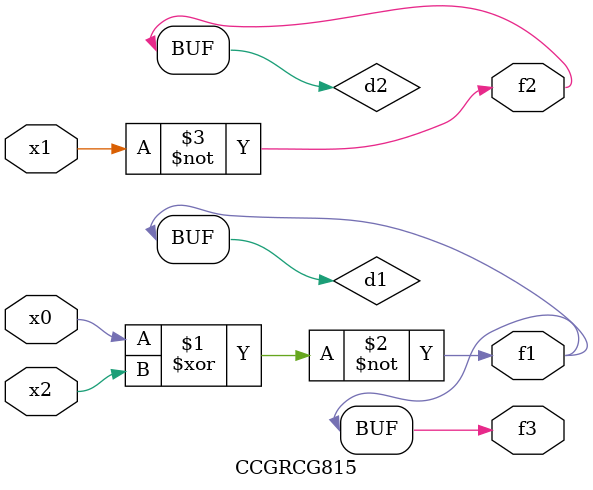
<source format=v>
module CCGRCG815(
	input x0, x1, x2,
	output f1, f2, f3
);

	wire d1, d2, d3;

	xnor (d1, x0, x2);
	nand (d2, x1);
	nor (d3, x1, x2);
	assign f1 = d1;
	assign f2 = d2;
	assign f3 = d1;
endmodule

</source>
